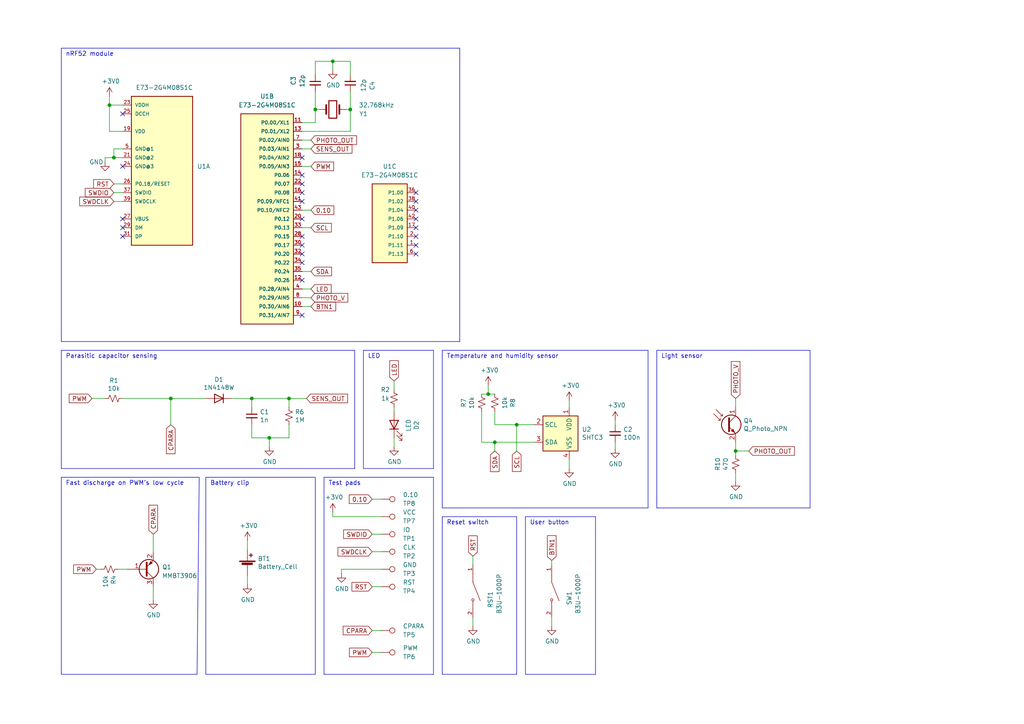
<source format=kicad_sch>
(kicad_sch (version 20230121) (generator eeschema)
  (paper "A4")
  (title_block (title "b-parasite") (date "2023-03-19") (rev "2.0.0") (comment 1 "rbaron.net"))
  (lib_symbols
    (symbol "B3U-1000P:B3U-1000P" (pin_names (offset 1.016) hide)
      (property "Reference" "S" (at -2.54 2.54 0))
      (property "Value" "B3U-1000P" (at -2.54 -2.54 0))
      (symbol "B3U-1000P_0_0"
        (polyline (pts (xy -2.54 0) (xy -5.08 0)) (stroke (width 0.1524)))
        (polyline (pts (xy -2.54 0) (xy 2.794 2.1336)) (stroke (width 0.1524)))
        (polyline (pts (xy 5.08 0) (xy 2.921 0)) (stroke (width 0.1524)))
        (circle (center 2.54 0) (radius 0.3302) (stroke (width 0.1524)))
        (pin passive line (at -7.62 0 0) (length 2.54) (name "~") (number "1"))
        (pin passive line (at 7.62 0 180) (length 2.54) (name "~") (number "2"))
      )
    )
    (symbol "Connector:TestPoint" (pin_numbers hide) (pin_names (offset 0.762) hide)
      (property "Reference" "TP" (at 0 6.858 0))
      (property "Value" "TestPoint" (at 0 5.08 0))
      (symbol "TestPoint_0_1"
        (circle (center 0 3.302) (radius 0.762))
      )
      (symbol "TestPoint_1_1"
        (pin passive line (at 0 0 90) (length 2.54) (name "1") (number "1"))
      )
    )
    (symbol "Device:Battery_Cell" (pin_numbers hide) (pin_names (offset 0) hide)
      (property "Reference" "BT" (at 2.54 2.54 0))
      (property "Value" "Battery_Cell" (at 2.54 0 0))
      (symbol "Battery_Cell_0_1"
        (rectangle (start -2.286 1.778) (end 2.286 1.524) (fill (type outline)))
        (rectangle (start -1.5748 1.1938) (end 1.4732 0.6858) (fill (type outline)))
        (polyline (pts (xy 0 0.762) (xy 0 0)))
        (polyline (pts (xy 0 1.778) (xy 0 2.54)))
        (polyline (pts (xy 0.508 3.429) (xy 1.524 3.429)) (stroke (width 0.254)))
        (polyline (pts (xy 1.016 3.937) (xy 1.016 2.921)) (stroke (width 0.254)))
      )
      (symbol "Battery_Cell_1_1"
        (pin passive line (at 0 5.08 270) (length 2.54) (name "+") (number "1"))
        (pin passive line (at 0 -2.54 90) (length 2.54) (name "-") (number "2"))
      )
    )
    (symbol "Device:C_Small" (pin_numbers hide) (pin_names (offset 0.254) hide)
      (property "Reference" "C" (at 0.254 1.778 0))
      (property "Value" "C_Small" (at 0.254 -2.032 0))
      (symbol "C_Small_0_1"
        (polyline (pts (xy -1.524 -0.508) (xy 1.524 -0.508)) (stroke (width 0.3302)))
        (polyline (pts (xy -1.524 0.508) (xy 1.524 0.508)) (stroke (width 0.3048)))
      )
      (symbol "C_Small_1_1"
        (pin passive line (at 0 2.54 270) (length 2.032) (name "~") (number "1"))
        (pin passive line (at 0 -2.54 90) (length 2.032) (name "~") (number "2"))
      )
    )
    (symbol "Device:Crystal" (pin_numbers hide) (pin_names (offset 1.016) hide)
      (property "Reference" "Y" (at 0 3.81 0))
      (property "Value" "Crystal" (at 0 -3.81 0))
      (symbol "Crystal_0_1"
        (rectangle (start -1.143 2.54) (end 1.143 -2.54) (stroke (width 0.3048)))
        (polyline (pts (xy -2.54 0) (xy -1.905 0)))
        (polyline (pts (xy -1.905 -1.27) (xy -1.905 1.27)) (stroke (width 0.508)))
        (polyline (pts (xy 1.905 -1.27) (xy 1.905 1.27)) (stroke (width 0.508)))
        (polyline (pts (xy 2.54 0) (xy 1.905 0)))
      )
      (symbol "Crystal_1_1"
        (pin passive line (at -3.81 0 0) (length 1.27) (name "1") (number "1"))
        (pin passive line (at 3.81 0 180) (length 1.27) (name "2") (number "2"))
      )
    )
    (symbol "Device:LED" (pin_numbers hide) (pin_names (offset 1.016) hide)
      (property "Reference" "D" (at 0 2.54 0))
      (property "Value" "LED" (at 0 -2.54 0))
      (symbol "LED_0_1"
        (polyline (pts (xy -1.27 -1.27) (xy -1.27 1.27)) (stroke (width 0.254)))
        (polyline (pts (xy -1.27 0) (xy 1.27 0)))
        (polyline (pts (xy 1.27 -1.27) (xy 1.27 1.27) (xy -1.27 0) (xy 1.27 -1.27)) (stroke (width 0.254)))
        (polyline (pts (xy -3.048 -0.762) (xy -4.572 -2.286) (xy -3.81 -2.286) (xy -4.572 -2.286) (xy -4.572 -1.524)))
        (polyline (pts (xy -1.778 -0.762) (xy -3.302 -2.286) (xy -2.54 -2.286) (xy -3.302 -2.286) (xy -3.302 -1.524)))
      )
      (symbol "LED_1_1"
        (pin passive line (at -3.81 0 0) (length 2.54) (name "K") (number "1"))
        (pin passive line (at 3.81 0 180) (length 2.54) (name "A") (number "2"))
      )
    )
    (symbol "Device:Q_Photo_NPN" (pin_names (offset 0) hide)
      (property "Reference" "Q" (at 5.08 1.27 0))
      (property "Value" "Q_Photo_NPN" (at 5.08 -1.27 0))
      (symbol "Q_Photo_NPN_0_1"
        (polyline (pts (xy -1.905 1.27) (xy -2.54 1.27)))
        (polyline (pts (xy -1.27 2.54) (xy -1.905 2.54)))
        (polyline (pts (xy 0.635 0.635) (xy 2.54 2.54)))
        (polyline (pts (xy -3.81 3.175) (xy -1.905 1.27) (xy -1.905 1.905)))
        (polyline (pts (xy -3.175 4.445) (xy -1.27 2.54) (xy -1.27 3.175)))
        (polyline (pts (xy 0.635 -0.635) (xy 2.54 -2.54) (xy 2.54 -2.54)))
        (polyline (pts (xy 0.635 1.905) (xy 0.635 -1.905) (xy 0.635 -1.905)) (stroke (width 0.508)))
        (polyline (pts (xy 1.27 -1.778) (xy 1.778 -1.27) (xy 2.286 -2.286) (xy 1.27 -1.778) (xy 1.27 -1.778)) (fill (type outline)))
        (circle (center 1.27 0) (radius 2.8194) (stroke (width 0.254)))
      )
      (symbol "Q_Photo_NPN_1_1"
        (pin passive line (at 2.54 5.08 270) (length 2.54) (name "C") (number "1"))
        (pin passive line (at 2.54 -5.08 90) (length 2.54) (name "E") (number "2"))
      )
    )
    (symbol "Device:R_Small_US" (pin_numbers hide) (pin_names (offset 0.254) hide)
      (property "Reference" "R" (at 0.762 0.508 0))
      (property "Value" "R_Small_US" (at 0.762 -1.016 0))
      (symbol "R_Small_US_1_1"
        (polyline (pts (xy 0 0) (xy 1.016 -0.381) (xy 0 -0.762) (xy -1.016 -1.143) (xy 0 -1.524)))
        (polyline (pts (xy 0 1.524) (xy 1.016 1.143) (xy 0 0.762) (xy -1.016 0.381) (xy 0 0)))
        (pin passive line (at 0 2.54 270) (length 1.016) (name "~") (number "1"))
        (pin passive line (at 0 -2.54 90) (length 1.016) (name "~") (number "2"))
      )
    )
    (symbol "Diode:LL4148" (pin_numbers hide) (pin_names (offset 1.016) hide)
      (property "Reference" "D" (at 0 2.54 0))
      (property "Value" "LL4148" (at 0 -2.54 0))
      (symbol "LL4148_0_1"
        (polyline (pts (xy -1.27 1.27) (xy -1.27 -1.27)) (stroke (width 0.254)))
        (polyline (pts (xy 1.27 0) (xy -1.27 0)))
        (polyline (pts (xy 1.27 1.27) (xy 1.27 -1.27) (xy -1.27 0) (xy 1.27 1.27)) (stroke (width 0.254)))
      )
      (symbol "LL4148_1_1"
        (pin passive line (at -3.81 0 0) (length 2.54) (name "K") (number "1"))
        (pin passive line (at 3.81 0 180) (length 2.54) (name "A") (number "2"))
      )
    )
    (symbol "E73:E73-2G4M08S1C" (pin_names (offset 1.016))
      (property "Reference" "U" (at -15.24 20.32 0))
      (property "Value" "E73-2G4M08S1C" (at -15.24 -25.4 0))
      (symbol "E73-2G4M08S1C_1_0"
        (rectangle (start -15.24 -22.86) (end 2.54 20.32) (stroke (width 0.254)) (fill (type background)))
        (pin bidirectional line (at -17.78 10.16 0) (length 2.54) (name "VDD") (number "19"))
        (pin bidirectional line (at -17.78 2.54 0) (length 2.54) (name "GND@2") (number "21"))
        (pin bidirectional line (at -17.78 17.78 0) (length 2.54) (name "VDDH") (number "23"))
        (pin bidirectional line (at -17.78 0 0) (length 2.54) (name "GND@3") (number "24"))
        (pin bidirectional line (at -17.78 15.24 0) (length 2.54) (name "DCCH") (number "25"))
        (pin bidirectional line (at -17.78 -5.08 0) (length 2.54) (name "P0.18/RESET") (number "26"))
        (pin bidirectional line (at -17.78 -15.24 0) (length 2.54) (name "VBUS") (number "27"))
        (pin bidirectional line (at -17.78 -17.78 0) (length 2.54) (name "DM") (number "29"))
        (pin bidirectional line (at -17.78 -20.32 0) (length 2.54) (name "DP") (number "31"))
        (pin bidirectional line (at -17.78 -7.62 0) (length 2.54) (name "SWDIO") (number "37"))
        (pin bidirectional line (at -17.78 -10.16 0) (length 2.54) (name "SWDCLK") (number "39"))
        (pin bidirectional line (at -17.78 5.08 0) (length 2.54) (name "GND@1") (number "5"))
      )
      (symbol "E73-2G4M08S1C_2_0"
        (rectangle (start -5.08 -30.48) (end 10.16 30.48) (stroke (width 0.254)) (fill (type background)))
        (pin bidirectional line (at 12.7 -25.4 180) (length 2.54) (name "P0.30/AIN6") (number "10"))
        (pin bidirectional line (at 12.7 27.94 180) (length 2.54) (name "P0.00/XL1") (number "11"))
        (pin bidirectional line (at 12.7 -17.78 180) (length 2.54) (name "P0.26") (number "12"))
        (pin bidirectional line (at 12.7 25.4 180) (length 2.54) (name "P0.01/XL2") (number "13"))
        (pin bidirectional line (at 12.7 12.7 180) (length 2.54) (name "P0.06") (number "14"))
        (pin bidirectional line (at 12.7 15.24 180) (length 2.54) (name "P0.05/AIN3") (number "15"))
        (pin bidirectional line (at 12.7 7.62 180) (length 2.54) (name "P0.08") (number "16"))
        (pin bidirectional line (at 12.7 17.78 180) (length 2.54) (name "P0.04/AIN2") (number "18"))
        (pin bidirectional line (at 12.7 0 180) (length 2.54) (name "P0.12") (number "20"))
        (pin bidirectional line (at 12.7 10.16 180) (length 2.54) (name "P0.07") (number "22"))
        (pin bidirectional line (at 12.7 -5.08 180) (length 2.54) (name "P0.15") (number "28"))
        (pin bidirectional line (at 12.7 20.32 180) (length 2.54) (name "P0.03/AIN1") (number "3"))
        (pin bidirectional line (at 12.7 -7.62 180) (length 2.54) (name "P0.17") (number "30"))
        (pin bidirectional line (at 12.7 -10.16 180) (length 2.54) (name "P0.20") (number "32"))
        (pin bidirectional line (at 12.7 -2.54 180) (length 2.54) (name "P0.13") (number "33"))
        (pin bidirectional line (at 12.7 -12.7 180) (length 2.54) (name "P0.22") (number "34"))
        (pin bidirectional line (at 12.7 -15.24 180) (length 2.54) (name "P0.24") (number "35"))
        (pin bidirectional line (at 12.7 -20.32 180) (length 2.54) (name "P0.28/AIN4") (number "4"))
        (pin bidirectional line (at 12.7 5.08 180) (length 2.54) (name "P0.09/NFC1") (number "41"))
        (pin bidirectional line (at 12.7 2.54 180) (length 2.54) (name "P0.10/NFC2") (number "43"))
        (pin bidirectional line (at 12.7 22.86 180) (length 2.54) (name "P0.02/AIN0") (number "7"))
        (pin bidirectional line (at 12.7 -22.86 180) (length 2.54) (name "P0.29/AIN5") (number "8"))
        (pin bidirectional line (at 12.7 -27.94 180) (length 2.54) (name "P0.31/AIN7") (number "9"))
      )
      (symbol "E73-2G4M08S1C_3_0"
        (rectangle (start -2.54 -12.7) (end 7.62 10.16) (stroke (width 0.254)) (fill (type background)))
        (pin bidirectional line (at 10.16 -7.62 180) (length 2.54) (name "P1.11") (number "1"))
        (pin bidirectional line (at 10.16 -2.54 180) (length 2.54) (name "P1.09") (number "17"))
        (pin bidirectional line (at 10.16 -5.08 180) (length 2.54) (name "P1.10") (number "2"))
        (pin bidirectional line (at 10.16 7.62 180) (length 2.54) (name "P1.00") (number "36"))
        (pin bidirectional line (at 10.16 5.08 180) (length 2.54) (name "P1.02") (number "38"))
        (pin bidirectional line (at 10.16 2.54 180) (length 2.54) (name "P1.04") (number "40"))
        (pin bidirectional line (at 10.16 0 180) (length 2.54) (name "P1.06") (number "42"))
        (pin bidirectional line (at 10.16 -10.16 180) (length 2.54) (name "P1.13") (number "6"))
      )
    )
    (symbol "Sensor_Humidity:SHTC3"
      (property "Reference" "U" (at -3.81 6.35 0))
      (property "Value" "SHTC3" (at -2.54 -6.35 0))
      (symbol "SHTC3_1_1"
        (rectangle (start -5.08 5.08) (end 5.08 -5.08) (stroke (width 0.254)) (fill (type background)))
        (pin power_in line (at 2.54 7.62 270) (length 2.54) (name "VDD") (number "1"))
        (pin input line (at -7.62 2.54 0) (length 2.54) (name "SCL") (number "2"))
        (pin bidirectional line (at -7.62 -2.54 0) (length 2.54) (name "SDA") (number "3"))
        (pin power_in line (at 2.54 -7.62 90) (length 2.54) (name "VSS") (number "4"))
        (pin no_connect line (at 5.08 0 180) (length 2.54) hide (name "NC") (number "5"))
      )
    )
    (symbol "Transistor_BJT:MMBT3906" (pin_names (offset 0) hide)
      (property "Reference" "Q" (at 5.08 1.905 0))
      (property "Value" "MMBT3906" (at 5.08 0 0))
      (symbol "MMBT3906_0_1"
        (polyline (pts (xy 0.635 0.635) (xy 2.54 2.54)))
        (polyline (pts (xy 0.635 -0.635) (xy 2.54 -2.54) (xy 2.54 -2.54)))
        (polyline (pts (xy 0.635 1.905) (xy 0.635 -1.905) (xy 0.635 -1.905)) (stroke (width 0.508)))
        (polyline (pts (xy 2.286 -1.778) (xy 1.778 -2.286) (xy 1.27 -1.27) (xy 2.286 -1.778) (xy 2.286 -1.778)) (fill (type outline)))
        (circle (center 1.27 0) (radius 2.8194) (stroke (width 0.254)))
      )
      (symbol "MMBT3906_1_1"
        (pin input line (at -5.08 0 0) (length 5.715) (name "B") (number "1"))
        (pin passive line (at 2.54 -5.08 90) (length 2.54) (name "E") (number "2"))
        (pin passive line (at 2.54 5.08 270) (length 2.54) (name "C") (number "3"))
      )
    )
    (symbol "power:+3V0" (power) (pin_names (offset 0))
      (property "Value" "+3V0" (at 0 3.556 0))
      (symbol "+3V0_0_1"
        (polyline (pts (xy -0.762 1.27) (xy 0 2.54)))
        (polyline (pts (xy 0 0) (xy 0 2.54)))
        (polyline (pts (xy 0 2.54) (xy 0.762 1.27)))
      )
      (symbol "+3V0_1_1"
        (pin power_in line (at 0 0 90) (length 0) hide (name "+3V0") (number "1"))
      )
    )
    (symbol "power:GND" (power) (pin_names (offset 0))
      (property "Value" "GND" (at 0 -3.81 0))
      (symbol "GND_0_1"
        (polyline (pts (xy 0 0) (xy 0 -1.27) (xy 1.27 -1.27) (xy 0 -2.54) (xy -1.27 -1.27) (xy 0 -1.27)))
      )
      (symbol "GND_1_1"
        (pin power_in line (at 0 0 270) (length 0) hide (name "GND") (number "1"))
      )
    )
  )
  (junction (at 83.82 115.57))
  (junction (at 101.6 31.75))
  (junction (at 33.02 45.72))
  (junction (at 213.36 130.81))
  (junction (at 91.44 31.75))
  (junction (at 96.52 17.78))
  (junction (at 73.025 115.57))
  (junction (at 49.53 115.57))
  (junction (at 31.75 30.48))
  (junction (at 141.605 114.3))
  (junction (at 78.105 127))
  (junction (at 143.51 128.27))
  (junction (at 149.86 123.19))
  (no_connect (at 120.65 73.66))
  (no_connect (at 35.56 48.26))
  (no_connect (at 35.56 63.5))
  (no_connect (at 35.56 66.04))
  (no_connect (at 35.56 68.58))
  (no_connect (at 35.56 33.02))
  (no_connect (at 87.63 63.5))
  (no_connect (at 87.63 91.44))
  (no_connect (at 87.63 50.8))
  (no_connect (at 87.63 45.72))
  (no_connect (at 87.63 55.88))
  (no_connect (at 87.63 58.42))
  (no_connect (at 87.63 53.34))
  (no_connect (at 87.63 71.12))
  (no_connect (at 87.63 76.2))
  (no_connect (at 87.63 81.28))
  (no_connect (at 87.63 73.66))
  (no_connect (at 87.63 68.58))
  (no_connect (at 120.65 58.42))
  (no_connect (at 120.65 60.96))
  (no_connect (at 120.65 63.5))
  (no_connect (at 120.65 55.88))
  (no_connect (at 120.65 68.58))
  (no_connect (at 120.65 71.12))
  (no_connect (at 120.65 66.04))
  (wire (pts (xy 44.45 154.94) (xy 44.45 160.02)))
  (wire (pts (xy 165.1 116.205) (xy 165.1 118.11)))
  (polyline (pts (xy 234.95 101.6) (xy 190.5 101.6)))
  (polyline (pts (xy 17.78 101.6) (xy 17.78 135.89)))
  (polyline (pts (xy 187.96 147.32) (xy 128.27 147.32)))
  (wire (pts (xy 143.51 119.38) (xy 143.51 123.19)))
  (polyline (pts (xy 190.5 101.6) (xy 190.5 147.32)))
  (wire (pts (xy 30.48 46.99) (xy 30.48 45.72)))
  (wire (pts (xy 73.025 118.11) (xy 73.025 115.57)))
  (wire (pts (xy 96.52 17.78) (xy 96.52 20.32)))
  (wire (pts (xy 213.36 130.81) (xy 213.36 132.08)))
  (wire (pts (xy 213.36 115.57) (xy 213.36 118.11)))
  (wire (pts (xy 27.94 165.1) (xy 29.21 165.1)))
  (polyline (pts (xy 57.785 138.43) (xy 57.15 195.58)))
  (polyline (pts (xy 234.95 101.6) (xy 234.95 147.32)))
  (wire (pts (xy 67.31 115.57) (xy 73.025 115.57)))
  (wire (pts (xy 107.95 170.18) (xy 110.49 170.18)))
  (polyline (pts (xy 105.41 135.89) (xy 125.73 135.89)))
  (polyline (pts (xy 59.69 138.43) (xy 59.69 195.58)))
  (polyline (pts (xy 128.27 149.86) (xy 128.27 195.58)))
  (polyline (pts (xy 17.78 99.06) (xy 17.78 13.97)))
  (wire (pts (xy 87.63 40.64) (xy 90.17 40.64)))
  (wire (pts (xy 213.36 130.81) (xy 217.17 130.81)))
  (wire (pts (xy 35.56 38.1) (xy 31.75 38.1)))
  (wire (pts (xy 149.86 123.19) (xy 143.51 123.19)))
  (wire (pts (xy 31.75 30.48) (xy 31.75 38.1)))
  (wire (pts (xy 87.63 83.82) (xy 90.17 83.82)))
  (wire (pts (xy 33.02 43.18) (xy 35.56 43.18)))
  (wire (pts (xy 160.02 162.56) (xy 160.02 163.83)))
  (wire (pts (xy 71.755 156.845) (xy 71.755 159.385)))
  (polyline (pts (xy 93.98 138.43) (xy 93.98 195.58)))
  (wire (pts (xy 33.02 58.42) (xy 35.56 58.42)))
  (wire (pts (xy 73.025 115.57) (xy 83.82 115.57)))
  (wire (pts (xy 107.95 154.94) (xy 110.49 154.94)))
  (polyline (pts (xy 187.96 101.6) (xy 187.96 147.32)))
  (wire (pts (xy 31.75 30.48) (xy 35.56 30.48)))
  (wire (pts (xy 114.3 110.49) (xy 114.3 113.03)))
  (polyline (pts (xy 17.78 195.58) (xy 17.78 138.43)))
  (wire (pts (xy 87.63 66.04) (xy 90.17 66.04)))
  (wire (pts (xy 143.51 128.27) (xy 143.51 130.81)))
  (wire (pts (xy 114.3 127) (xy 114.3 129.54)))
  (wire (pts (xy 33.02 45.72) (xy 33.02 43.18)))
  (polyline (pts (xy 91.44 138.43) (xy 59.69 138.43)))
  (wire (pts (xy 87.63 88.9) (xy 90.17 88.9)))
  (wire (pts (xy 137.16 179.07) (xy 137.16 181.61)))
  (wire (pts (xy 30.48 45.72) (xy 33.02 45.72)))
  (wire (pts (xy 114.3 118.11) (xy 114.3 119.38)))
  (wire (pts (xy 99.06 165.1) (xy 110.49 165.1)))
  (polyline (pts (xy 128.27 101.6) (xy 128.27 147.32)))
  (wire (pts (xy 141.605 114.3) (xy 143.51 114.3)))
  (wire (pts (xy 91.44 21.59) (xy 91.44 17.78)))
  (polyline (pts (xy 125.73 101.6) (xy 105.41 101.6)))
  (polyline (pts (xy 105.41 101.6) (xy 105.41 135.89)))
  (wire (pts (xy 101.6 31.75) (xy 101.6 38.1)))
  (polyline (pts (xy 91.44 195.58) (xy 91.44 138.43)))
  (wire (pts (xy 49.53 115.57) (xy 49.53 123.19)))
  (wire (pts (xy 96.52 17.78) (xy 101.6 17.78)))
  (wire (pts (xy 83.82 115.57) (xy 83.82 118.11)))
  (wire (pts (xy 83.82 115.57) (xy 88.9 115.57)))
  (wire (pts (xy 87.63 86.36) (xy 90.17 86.36)))
  (wire (pts (xy 91.44 31.75) (xy 92.71 31.75)))
  (polyline (pts (xy 17.78 138.43) (xy 57.785 138.43)))
  (wire (pts (xy 49.53 115.57) (xy 59.69 115.57)))
  (wire (pts (xy 107.95 144.78) (xy 110.49 144.78)))
  (wire (pts (xy 137.16 161.29) (xy 137.16 163.83)))
  (polyline (pts (xy 93.98 138.43) (xy 125.73 138.43)))
  (polyline (pts (xy 17.78 99.06) (xy 133.35 99.06)))
  (wire (pts (xy 141.605 114.3) (xy 141.605 111.76)))
  (wire (pts (xy 160.02 179.07) (xy 160.02 181.61)))
  (wire (pts (xy 87.63 43.18) (xy 90.17 43.18)))
  (wire (pts (xy 35.56 115.57) (xy 49.53 115.57)))
  (wire (pts (xy 87.63 78.74) (xy 90.17 78.74)))
  (wire (pts (xy 107.95 160.02) (xy 110.49 160.02)))
  (polyline (pts (xy 102.87 101.6) (xy 102.87 135.89)))
  (wire (pts (xy 33.02 53.34) (xy 35.56 53.34)))
  (polyline (pts (xy 57.15 195.58) (xy 17.78 195.58)))
  (wire (pts (xy 78.105 127) (xy 78.105 129.54)))
  (wire (pts (xy 96.52 149.86) (xy 96.52 148.59)))
  (wire (pts (xy 91.44 35.56) (xy 91.44 31.75)))
  (polyline (pts (xy 187.96 101.6) (xy 128.27 101.6)))
  (wire (pts (xy 143.51 128.27) (xy 139.7 128.27)))
  (wire (pts (xy 87.63 48.26) (xy 90.17 48.26)))
  (polyline (pts (xy 128.27 149.86) (xy 149.86 149.86)))
  (wire (pts (xy 91.44 17.78) (xy 96.52 17.78)))
  (wire (pts (xy 44.45 170.18) (xy 44.45 173.99)))
  (polyline (pts (xy 172.72 195.58) (xy 172.72 149.86)))
  (wire (pts (xy 73.025 123.19) (xy 73.025 127)))
  (wire (pts (xy 33.02 45.72) (xy 35.56 45.72)))
  (wire (pts (xy 87.63 60.96) (xy 90.17 60.96)))
  (polyline (pts (xy 59.69 195.58) (xy 91.44 195.58)))
  (polyline (pts (xy 133.35 13.97) (xy 133.35 99.06)))
  (polyline (pts (xy 17.78 13.97) (xy 133.35 13.97)))
  (wire (pts (xy 213.36 128.27) (xy 213.36 130.81)))
  (wire (pts (xy 154.94 123.19) (xy 149.86 123.19)))
  (polyline (pts (xy 17.78 101.6) (xy 102.87 101.6)))
  (wire (pts (xy 213.36 137.16) (xy 213.36 139.7)))
  (wire (pts (xy 78.105 127) (xy 73.025 127)))
  (polyline (pts (xy 152.4 149.86) (xy 152.4 195.58)))
  (polyline (pts (xy 17.78 135.89) (xy 102.87 135.89)))
  (wire (pts (xy 87.63 35.56) (xy 91.44 35.56)))
  (wire (pts (xy 178.435 128.27) (xy 178.435 130.175)))
  (wire (pts (xy 26.67 115.57) (xy 30.48 115.57)))
  (polyline (pts (xy 149.86 195.58) (xy 128.27 195.58)))
  (polyline (pts (xy 190.5 147.32) (xy 234.95 147.32)))
  (wire (pts (xy 149.86 123.19) (xy 149.86 130.81)))
  (wire (pts (xy 83.82 127) (xy 78.105 127)))
  (wire (pts (xy 101.6 17.78) (xy 101.6 21.59)))
  (wire (pts (xy 34.29 165.1) (xy 36.83 165.1)))
  (wire (pts (xy 107.95 182.88) (xy 110.49 182.88)))
  (wire (pts (xy 100.33 31.75) (xy 101.6 31.75)))
  (wire (pts (xy 71.755 167.005) (xy 71.755 169.545)))
  (wire (pts (xy 101.6 26.67) (xy 101.6 31.75)))
  (wire (pts (xy 139.7 114.3) (xy 141.605 114.3)))
  (wire (pts (xy 91.44 26.67) (xy 91.44 31.75)))
  (polyline (pts (xy 152.4 195.58) (xy 172.72 195.58)))
  (wire (pts (xy 178.435 123.19) (xy 178.435 121.92)))
  (polyline (pts (xy 125.73 195.58) (xy 125.73 138.43)))
  (wire (pts (xy 139.7 119.38) (xy 139.7 128.27)))
  (wire (pts (xy 154.94 128.27) (xy 143.51 128.27)))
  (wire (pts (xy 99.06 166.37) (xy 99.06 165.1)))
  (wire (pts (xy 96.52 149.86) (xy 110.49 149.86)))
  (wire (pts (xy 31.75 27.94) (xy 31.75 30.48)))
  (polyline (pts (xy 93.98 195.58) (xy 125.73 195.58)))
  (wire (pts (xy 83.82 127) (xy 83.82 123.19)))
  (polyline (pts (xy 125.73 101.6) (xy 125.73 135.89)))
  (wire (pts (xy 87.63 38.1) (xy 101.6 38.1)))
  (polyline (pts (xy 149.86 149.86) (xy 149.86 195.58)))
  (wire (pts (xy 107.95 189.23) (xy 110.49 189.23)))
  (wire (pts (xy 33.02 55.88) (xy 35.56 55.88)))
  (polyline (pts (xy 152.4 149.86) (xy 172.72 149.86)))
  (wire (pts (xy 165.1 133.35) (xy 165.1 135.89)))
  (text "Fast discharge on PWM’s low cycle" (at 19.05 140.97 0) (effects (font (size 1.27 1.27)) (justify left bottom)))
  (text "Temperature and humidity sensor" (at 129.54 104.14 0) (effects (font (size 1.27 1.27)) (justify left bottom)))
  (text "LED" (at 106.68 104.14 0) (effects (font (size 1.27 1.27)) (justify left bottom)))
  (text "nRF52 module" (at 19.05 16.51 0) (effects (font (size 1.27 1.27)) (justify left bottom)))
  (text "Parasitic capacitor sensing" (at 19.05 104.14 0) (effects (font (size 1.27 1.27)) (justify left bottom)))
  (text "Test pads" (at 95.25 140.97 0) (effects (font (size 1.27 1.27)) (justify left bottom)))
  (text "Light sensor" (at 191.77 104.14 0) (effects (font (size 1.27 1.27)) (justify left bottom)))
  (text "Reset switch" (at 129.54 152.4 0) (effects (font (size 1.27 1.27)) (justify left bottom)))
  (text "User button" (at 153.67 152.4 0) (effects (font (size 1.27 1.27)) (justify left bottom)))
  (text "Battery clip" (at 60.96 140.97 0) (effects (font (size 1.27 1.27)) (justify left bottom)))
  (global_label "SWDIO" (shape input) (at 33.02 55.88 180) (property "Intersheetrefs" "${INTERSHEET_REFS}" (effects hide)))
  (global_label "0.10" (shape input) (at 107.95 144.78 180) (property "Intersheetrefs" "${INTERSHEET_REFS}" (effects hide)))
  (global_label "CPARA" (shape input) (at 49.53 123.19 270) (property "Intersheetrefs" "${INTERSHEET_REFS}" (effects hide)))
  (global_label "SWDIO" (shape input) (at 107.95 154.94 180) (property "Intersheetrefs" "${INTERSHEET_REFS}" (effects hide)))
  (global_label "RST" (shape input) (at 137.16 161.29 90) (property "Intersheetrefs" "${INTERSHEET_REFS}" (effects hide)))
  (global_label "PHOTO_V" (shape input) (at 90.17 86.36 0) (property "Intersheetrefs" "${INTERSHEET_REFS}" (effects hide)))
  (global_label "LED" (shape input) (at 114.3 110.49 90) (property "Intersheetrefs" "${INTERSHEET_REFS}" (effects hide)))
  (global_label "SCL" (shape input) (at 149.86 130.81 270) (property "Intersheetrefs" "${INTERSHEET_REFS}" (effects hide)))
  (global_label "CPARA" (shape input) (at 44.45 154.94 90) (property "Intersheetrefs" "${INTERSHEET_REFS}" (effects hide)))
  (global_label "0.10" (shape input) (at 90.17 60.96 0) (property "Intersheetrefs" "${INTERSHEET_REFS}" (effects hide)))
  (global_label "BTN1" (shape input) (at 160.02 162.56 90) (property "Intersheetrefs" "${INTERSHEET_REFS}" (effects hide)))
  (global_label "SENS_OUT" (shape input) (at 90.17 43.18 0) (property "Intersheetrefs" "${INTERSHEET_REFS}" (effects hide)))
  (global_label "CPARA" (shape input) (at 107.95 182.88 180) (property "Intersheetrefs" "${INTERSHEET_REFS}" (effects hide)))
  (global_label "PHOTO_OUT" (shape input) (at 217.17 130.81 0) (property "Intersheetrefs" "${INTERSHEET_REFS}" (effects hide)))
  (global_label "SCL" (shape input) (at 90.17 66.04 0) (property "Intersheetrefs" "${INTERSHEET_REFS}" (effects hide)))
  (global_label "SWDCLK" (shape input) (at 33.02 58.42 180) (property "Intersheetrefs" "${INTERSHEET_REFS}" (effects hide)))
  (global_label "PHOTO_V" (shape input) (at 213.36 115.57 90) (property "Intersheetrefs" "${INTERSHEET_REFS}" (effects hide)))
  (global_label "LED" (shape input) (at 90.17 83.82 0) (property "Intersheetrefs" "${INTERSHEET_REFS}" (effects hide)))
  (global_label "SENS_OUT" (shape input) (at 88.9 115.57 0) (property "Intersheetrefs" "${INTERSHEET_REFS}" (effects hide)))
  (global_label "SDA" (shape input) (at 90.17 78.74 0) (property "Intersheetrefs" "${INTERSHEET_REFS}" (effects hide)))
  (global_label "BTN1" (shape input) (at 90.17 88.9 0) (property "Intersheetrefs" "${INTERSHEET_REFS}" (effects hide)))
  (global_label "PWM" (shape input) (at 26.67 115.57 180) (property "Intersheetrefs" "${INTERSHEET_REFS}" (effects hide)))
  (global_label "PWM" (shape input) (at 107.95 189.23 180) (property "Intersheetrefs" "${INTERSHEET_REFS}" (effects hide)))
  (global_label "SDA" (shape input) (at 143.51 130.81 270) (property "Intersheetrefs" "${INTERSHEET_REFS}" (effects hide)))
  (global_label "SWDCLK" (shape input) (at 107.95 160.02 180) (property "Intersheetrefs" "${INTERSHEET_REFS}" (effects hide)))
  (global_label "PWM" (shape input) (at 27.94 165.1 180) (property "Intersheetrefs" "${INTERSHEET_REFS}" (effects hide)))
  (global_label "PHOTO_OUT" (shape input) (at 90.17 40.64 0) (property "Intersheetrefs" "${INTERSHEET_REFS}" (effects hide)))
  (global_label "PWM" (shape input) (at 90.17 48.26 0) (property "Intersheetrefs" "${INTERSHEET_REFS}" (effects hide)))
  (global_label "RST" (shape input) (at 33.02 53.34 180) (property "Intersheetrefs" "${INTERSHEET_REFS}" (effects hide)))
  (global_label "RST" (shape input) (at 107.95 170.18 180) (property "Intersheetrefs" "${INTERSHEET_REFS}" (effects hide)))
  (symbol (lib_id "Device:R_Small_US") (at 33.02 115.57 90) (unit 1)
    (property "Reference" "R1" (at 33.02 110.363 90))
    (property "Value" "10k" (at 33.02 112.6744 90))
    (property "Footprint" "Resistor_SMD:R_0402_1005Metric" (effects hide))
    (property "LCSC" "C25744" (effects hide))
  )
  (symbol (lib_id "Diode:LL4148") (at 63.5 115.57 180) (unit 1)
    (property "Reference" "D1" (at 63.5 110.0836 0))
    (property "Value" "1N4148W" (at 63.5 112.395 0))
    (property "Footprint" "Diode_SMD:D_SOD-123" (effects hide))
    (property "Datasheet" "http://www.vishay.com/docs/85557/ll4148.pdf" (effects hide))
    (property "LCSC" "C9808" (effects hide))
  )
  (symbol (lib_id "Device:C_Small") (at 73.025 120.65 0) (unit 1)
    (property "Reference" "C1" (at 75.3618 119.4816 0) (effects (justify left)))
    (property "Value" "1n" (at 75.3618 121.793 0) (effects (justify left)))
    (property "Footprint" "Capacitor_SMD:C_0402_1005Metric" (effects hide))
    (property "LCSC" "C1523" (effects hide))
  )
  (symbol (lib_id "Device:R_Small_US") (at 83.82 120.65 0) (unit 1)
    (property "Reference" "R6" (at 85.5472 119.4816 0) (effects (justify left)))
    (property "Value" "1M" (at 85.5472 121.793 0) (effects (justify left)))
    (property "Footprint" "Resistor_SMD:R_0402_1005Metric" (effects hide))
    (property "LCSC" "C26083" (effects hide))
  )
  (symbol (lib_id "power:GND") (at 78.105 129.54 0) (unit 1)
    (property "Reference" "#PWR0111" (effects hide))
    (property "Value" "GND" (at 78.232 133.9342 0))
  )
  (symbol (lib_id "Device:R_Small_US") (at 31.75 165.1 270) (unit 1)
    (property "Reference" "R4" (at 32.9184 166.8272 0) (effects (justify left)))
    (property "Value" "10k" (at 30.607 166.8272 0) (effects (justify left)))
    (property "Footprint" "Resistor_SMD:R_0402_1005Metric" (effects hide))
    (property "LCSC" "C25744" (effects hide))
  )
  (symbol (lib_id "power:GND") (at 44.45 173.99 0) (unit 1)
    (property "Reference" "#PWR0114" (effects hide))
    (property "Value" "GND" (at 44.577 178.3842 0))
  )
  (symbol (lib_id "power:+3V0") (at 178.435 121.92 0) (unit 1)
    (property "Reference" "#PWR0106" (effects hide))
    (property "Value" "+3V0" (at 178.816 117.5258 0))
  )
  (symbol (lib_id "power:GND") (at 165.1 135.89 0) (unit 1)
    (property "Reference" "#PWR0107" (effects hide))
    (property "Value" "GND" (at 165.227 140.2842 0))
  )
  (symbol (lib_id "Device:C_Small") (at 178.435 125.73 0) (unit 1)
    (property "Reference" "C2" (at 180.7718 124.5616 0) (effects (justify left)))
    (property "Value" "100n" (at 180.7718 126.873 0) (effects (justify left)))
    (property "Footprint" "Capacitor_SMD:C_0402_1005Metric" (effects hide))
    (property "LCSC" "C1525" (effects hide))
  )
  (symbol (lib_id "power:GND") (at 178.435 130.175 0) (unit 1)
    (property "Reference" "#PWR0109" (effects hide))
    (property "Value" "GND" (at 178.562 134.5692 0))
  )
  (symbol (lib_id "Device:R_Small_US") (at 143.51 116.84 0) (unit 1)
    (property "Reference" "R8" (at 148.717 116.84 90))
    (property "Value" "10k" (at 146.4056 116.84 90))
    (property "Footprint" "Resistor_SMD:R_0402_1005Metric" (effects hide))
    (property "LCSC" "C25744" (effects hide))
  )
  (symbol (lib_id "Device:R_Small_US") (at 139.7 116.84 180) (unit 1)
    (property "Reference" "R7" (at 134.493 116.84 90))
    (property "Value" "10k" (at 136.8044 116.84 90))
    (property "Footprint" "Resistor_SMD:R_0402_1005Metric" (effects hide))
    (property "LCSC" "C25744" (effects hide))
  )
  (symbol (lib_id "power:+3V0") (at 141.605 111.76 0) (unit 1)
    (property "Reference" "#PWR0112" (effects hide))
    (property "Value" "+3V0" (at 141.986 107.3658 0))
  )
  (symbol (lib_id "Device:R_Small_US") (at 114.3 115.57 180) (unit 1)
    (property "Reference" "R2" (at 111.76 113.03 0))
    (property "Value" "1k" (at 111.76 115.57 0))
    (property "Footprint" "Resistor_SMD:R_0402_1005Metric" (effects hide))
    (property "LCSC" "C11702" (effects hide))
  )
  (symbol (lib_id "Device:LED") (at 114.3 123.19 90) (unit 1)
    (property "Reference" "D2" (at 120.777 123.3678 0))
    (property "Value" "LED" (at 118.4656 123.3678 0))
    (property "Footprint" "LED_SMD:LED_0603_1608Metric" (effects hide))
    (property "LCSC" "C2286" (effects hide))
  )
  (symbol (lib_id "power:GND") (at 114.3 129.54 0) (unit 1)
    (property "Reference" "#PWR0103" (effects hide))
    (property "Value" "GND" (at 114.427 133.9342 0))
  )
  (symbol (lib_id "Device:Battery_Cell") (at 71.755 164.465 0) (unit 1)
    (property "Reference" "BT1" (at 74.7522 162.0266 0) (effects (justify left)))
    (property "Value" "Battery_Cell" (at 74.7522 164.338 0) (effects (justify left)))
    (property "Footprint" "kicad:BatteryHolder_Keystone_3002_1x2032" (effects hide))
  )
  (symbol (lib_id "power:GND") (at 71.755 169.545 0) (unit 1)
    (property "Reference" "#PWR0104" (effects hide))
    (property "Value" "GND" (at 71.882 173.9392 0))
  )
  (symbol (lib_id "power:+3V0") (at 71.755 156.845 0) (unit 1)
    (property "Reference" "#PWR0105" (effects hide))
    (property "Value" "+3V0" (at 72.136 152.4508 0))
  )
  (symbol (lib_id "Sensor_Humidity:SHTC3") (at 162.56 125.73 0) (unit 1)
    (property "Reference" "U2" (at 168.7576 124.5616 0) (effects (justify left)))
    (property "Value" "SHTC3" (at 168.7576 126.873 0) (effects (justify left)))
    (property "Footprint" "kicad:Sensirion_DFN-4-1EP_2x2mm_P1mm_EP0.7x1.6mm" (effects hide))
    (property "Datasheet" "https://www.sensirion.com/fileadmin/user_upload/customers/sensirion/Dokumente/0_Datasheets/Humidity/Sensirion_Humidity_Sensors_SHTC3_Datasheet.pdf" (effects hide))
    (property "LCSC" "C194656" (effects hide))
  )
  (symbol (lib_id "power:+3V0") (at 165.1 116.205 0) (unit 1)
    (property "Reference" "#PWR0117" (effects hide))
    (property "Value" "+3V0" (at 165.481 111.8108 0))
  )
  (symbol (lib_id "Device:R_Small_US") (at 213.36 134.62 180) (unit 1)
    (property "Reference" "R10" (at 208.153 134.62 90))
    (property "Value" "470" (at 210.4644 134.62 90))
    (property "Footprint" "Resistor_SMD:R_0402_1005Metric" (effects hide))
    (property "LCSC" "C25117" (effects hide))
  )
  (symbol (lib_id "power:GND") (at 213.36 139.7 0) (unit 1)
    (property "Reference" "#PWR0119" (effects hide))
    (property "Value" "GND" (at 213.487 144.0942 0))
  )
  (symbol (lib_id "Device:Q_Photo_NPN") (at 210.82 123.19 0) (unit 1)
    (property "Reference" "Q4" (at 215.646 122.0216 0) (effects (justify left)))
    (property "Value" "Q_Photo_NPN" (at 215.646 124.333 0) (effects (justify left)))
    (property "Footprint" "snapeda:TR8" (effects hide))
    (property "Datasheet" "https://datasheet.lcsc.com/lcsc/1806131537_Everlight-Elec-ALS-PT19-315C-L177-TR8_C146233.pdf" (effects hide))
    (property "LCSC" "C146233" (effects hide))
  )
  (symbol (lib_id "Device:C_Small") (at 91.44 24.13 0) (unit 1)
    (property "Reference" "C3" (at 85.09 24.765 90) (effects (justify left)))
    (property "Value" "12p" (at 87.63 25.4 90) (effects (justify left)))
    (property "Footprint" "Capacitor_SMD:C_0402_1005Metric" (effects hide))
    (property "LCSC" "C1547" (effects hide))
  )
  (symbol (lib_id "power:GND") (at 99.06 166.37 0) (unit 1)
    (property "Reference" "#PWR0108" (effects hide))
    (property "Value" "GND" (at 99.187 170.7642 0))
  )
  (symbol (lib_id "Connector:TestPoint") (at 110.49 149.86 270) (unit 1) (in_bom no)
    (property "Reference" "TP7" (at 116.84 151.13 90) (effects (justify left)))
    (property "Value" "VCC" (at 116.84 148.59 90) (effects (justify left)))
    (property "Footprint" "TestPoint:TestPoint_Pad_D1.0mm" (effects hide))
  )
  (symbol (lib_id "power:GND") (at 137.16 181.61 0) (unit 1)
    (property "Reference" "#PWR0102" (effects hide))
    (property "Value" "GND" (at 137.287 186.0042 0))
  )
  (symbol (lib_id "Device:C_Small") (at 101.6 24.13 180) (unit 1)
    (property "Reference" "C4" (at 107.95 23.495 90) (effects (justify left)))
    (property "Value" "12p" (at 105.41 22.86 90) (effects (justify left)))
    (property "Footprint" "Capacitor_SMD:C_0402_1005Metric" (effects hide))
    (property "LCSC" "C1547" (effects hide))
  )
  (symbol (lib_id "power:+3V0") (at 31.75 27.94 0) (unit 1)
    (property "Reference" "#PWR0113" (effects hide))
    (property "Value" "+3V0" (at 32.131 23.5458 0))
  )
  (symbol (lib_id "Connector:TestPoint") (at 110.49 182.88 270) (unit 1) (in_bom no)
    (property "Reference" "TP5" (at 116.84 184.15 90) (effects (justify left)))
    (property "Value" "CPARA" (at 116.84 181.61 90) (effects (justify left)))
    (property "Footprint" "TestPoint:TestPoint_Pad_D1.0mm" (effects hide))
  )
  (symbol (lib_id "Connector:TestPoint") (at 110.49 189.23 270) (unit 1) (in_bom no)
    (property "Reference" "TP6" (at 116.84 190.5 90) (effects (justify left)))
    (property "Value" "PWM" (at 116.84 187.96 90) (effects (justify left)))
    (property "Footprint" "TestPoint:TestPoint_Pad_D1.0mm" (effects hide))
  )
  (symbol (lib_id "Connector:TestPoint") (at 110.49 160.02 270) (unit 1) (in_bom no)
    (property "Reference" "TP2" (at 116.84 161.29 90) (effects (justify left)))
    (property "Value" "CLK" (at 116.84 158.75 90) (effects (justify left)))
    (property "Footprint" "TestPoint:TestPoint_Pad_D1.0mm" (effects hide))
  )
  (symbol (lib_id "power:GND") (at 30.48 46.99 0) (unit 1)
    (property "Reference" "#PWR0115" (effects hide))
    (property "Value" "GND" (at 27.94 46.99 0))
  )
  (symbol (lib_id "Transistor_BJT:MMBT3906") (at 41.91 165.1 0) (mirror x) (unit 1)
    (property "Reference" "Q1" (at 46.99 164.465 0) (effects (justify left)))
    (property "Value" "MMBT3906" (at 46.99 167.005 0) (effects (justify left)))
    (property "Footprint" "Package_TO_SOT_SMD:SOT-23" (effects hide))
    (property "Datasheet" "https://www.onsemi.com/pub/Collateral/2N3906-D.PDF" (effects hide))
    (property "LCSC" "C2910191" (effects hide))
  )
  (symbol (lib_id "Connector:TestPoint") (at 110.49 144.78 270) (unit 1) (in_bom no)
    (property "Reference" "TP8" (at 116.84 146.05 90) (effects (justify left)))
    (property "Value" "0.10" (at 116.84 143.51 90) (effects (justify left)))
    (property "Footprint" "TestPoint:TestPoint_Pad_D1.0mm" (effects hide))
  )
  (symbol (lib_id "Connector:TestPoint") (at 110.49 170.18 270) (unit 1) (in_bom no)
    (property "Reference" "TP4" (at 116.84 171.45 90) (effects (justify left)))
    (property "Value" "RST" (at 116.84 168.91 90) (effects (justify left)))
    (property "Footprint" "TestPoint:TestPoint_Pad_D1.0mm" (effects hide))
  )
  (symbol (lib_id "E73:E73-2G4M08S1C") (at 110.49 63.5 0) (unit 3)
    (property "Reference" "U1" (at 113.03 48.26 0))
    (property "Value" "E73-2G4M08S1C" (at 113.03 50.8 0))
    (property "Footprint" "snapeda:E73-2G4M08S1C" (effects hide))
  )
  (symbol (lib_id "power:+3V0") (at 96.52 148.59 0) (unit 1)
    (property "Reference" "#PWR01" (effects hide))
    (property "Value" "+3V0" (at 96.901 144.1958 0))
  )
  (symbol (lib_id "E73:E73-2G4M08S1C") (at 53.34 48.26 0) (unit 1)
    (property "Reference" "U1" (at 57.15 48.2599 0) (effects (justify left)))
    (property "Value" "E73-2G4M08S1C" (at 39.37 25.4 0) (effects (justify left)))
    (property "Footprint" "snapeda:E73-2G4M08S1C" (effects hide))
  )
  (symbol (lib_id "Connector:TestPoint") (at 110.49 154.94 270) (unit 1) (in_bom no)
    (property "Reference" "TP1" (at 116.84 156.21 90) (effects (justify left)))
    (property "Value" "IO" (at 116.84 153.67 90) (effects (justify left)))
    (property "Footprint" "TestPoint:TestPoint_Pad_D1.0mm" (effects hide))
  )
  (symbol (lib_id "E73:E73-2G4M08S1C") (at 74.93 63.5 0) (unit 2)
    (property "Reference" "U1" (at 77.47 27.94 0))
    (property "Value" "E73-2G4M08S1C" (at 77.47 30.48 0))
    (property "Footprint" "snapeda:E73-2G4M08S1C" (effects hide))
    (property "LCSC" "C356849" (effects hide))
  )
  (symbol (lib_id "power:GND") (at 96.52 20.32 0) (unit 1)
    (property "Reference" "#PWR0110" (effects hide))
    (property "Value" "GND" (at 96.647 24.7142 0))
  )
  (symbol (lib_id "Connector:TestPoint") (at 110.49 165.1 270) (unit 1) (in_bom no)
    (property "Reference" "TP3" (at 116.84 166.37 90) (effects (justify left)))
    (property "Value" "GND" (at 116.84 163.83 90) (effects (justify left)))
    (property "Footprint" "TestPoint:TestPoint_Pad_D1.0mm" (effects hide))
  )
  (symbol (lib_id "power:GND") (at 160.02 181.61 0) (unit 1)
    (property "Reference" "#PWR0101" (effects hide))
    (property "Value" "GND" (at 160.147 186.0042 0))
  )
  (symbol (lib_id "Device:Crystal") (at 96.52 31.75 180) (unit 1)
    (property "Reference" "Y1" (at 106.68 33.02 0) (effects (justify left)))
    (property "Value" "32.768kHz" (at 114.3 30.48 0) (effects (justify left)))
    (property "Footprint" "Crystal:Crystal_SMD_3215-2Pin_3.2x1.5mm" (effects hide))
    (property "LCSC" "C32346" (effects hide))
  )
  (symbol (lib_id "B3U-1000P:B3U-1000P") (at 160.02 171.45 270) (unit 1)
    (property "Reference" "SW1" (at 165.1 171.45 0) (effects (justify left)))
    (property "Value" "B3U-1000P" (at 167.64 166.37 0) (effects (justify left)))
    (property "Footprint" "snapeda:SW_B3U-1000P" (effects hide))
    (property "PACKAGE" "None" (effects hide))
    (property "MP" "B3U-1000P" (effects hide))
    (property "MF" "Omron" (effects hide))
    (property "AVAILABILITY" "Unavailable" (effects hide))
    (property "DESCRIPTION" "Tactile Switch SPST-NO Top Actuated Surface Mount" (effects hide))
    (property "PRICE" "None" (effects hide))
    (property "LCSC" "C231329" (effects hide))
  )
  (symbol (lib_id "B3U-1000P:B3U-1000P") (at 137.16 171.45 270) (unit 1)
    (property "Reference" "RST1" (at 142.24 171.45 0) (effects (justify left)))
    (property "Value" "B3U-1000P" (at 144.78 166.37 0) (effects (justify left)))
    (property "Footprint" "snapeda:SW_B3U-1000P" (effects hide))
    (property "PACKAGE" "None" (effects hide))
    (property "MP" "B3U-1000P" (effects hide))
    (property "MF" "Omron" (effects hide))
    (property "AVAILABILITY" "Unavailable" (effects hide))
    (property "DESCRIPTION" "Tactile Switch SPST-NO Top Actuated Surface Mount" (effects hide))
    (property "PRICE" "None" (effects hide))
    (property "LCSC" "C231329" (effects hide))
  )
)
</source>
